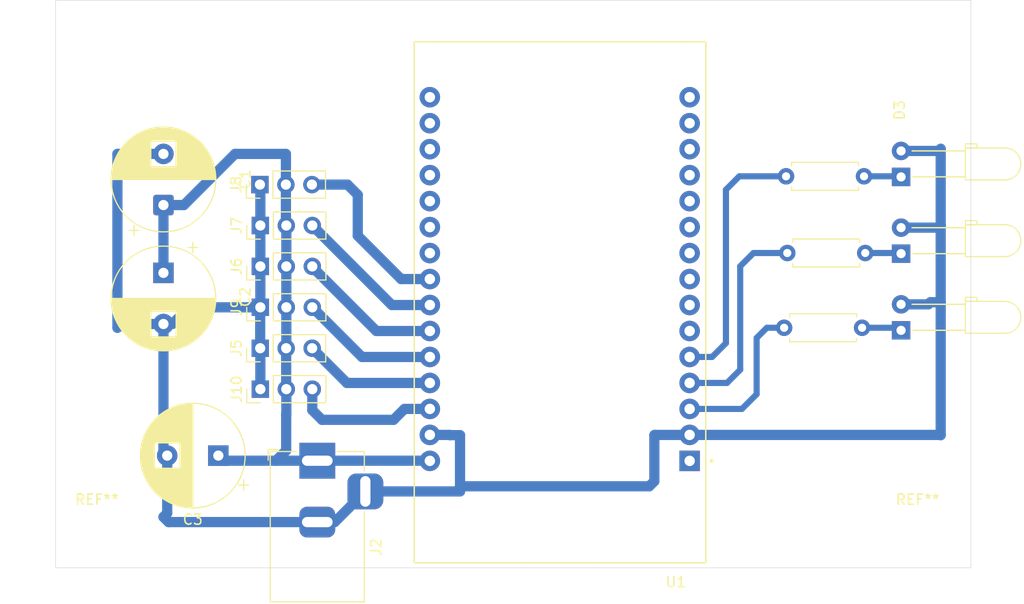
<source format=kicad_pcb>
(kicad_pcb (version 20241229) (generator "pcbnew") (generator_version "9.0")
  (layers (0 "F.Cu" signal) (2 "B.Cu" signal) (13 "F.Paste" user) (15 "B.Paste" user) (5 "F.SilkS" user "F.Silkscreen") (7 "B.SilkS" user "B.Silkscreen") (1 "F.Mask" user) (3 "B.Mask" user) (25 "Edge.Cuts" user))
  (net 0 "")
  (net 1 "GND")
  (net 2 "+5V")
  (net 3 "Net-(D1-K)")
  (net 4 "Net-(D2-K)")
  (net 5 "Net-(D3-K)")
  (net 6 "/serv3")
  (net 7 "/serv1")
  (net 8 "/serv2")
  (net 9 "/serv4")
  (net 10 "/serv5")
  (net 11 "/serv6")
  (net 12 "/led1")
  (net 13 "/led2")
  (net 14 "/led3")
  (footprint "Resistor_THT:R_Axial_DIN0207_L6.3mm_D2.5mm_P7.62mm_Horizontal" (layer "F.Cu") (at 183.81 113.5 180)
    (property "Reference" "R1" (hide yes))
    (property "Value" "R_US" (hide yes))
    (pad "1" thru_hole circle (at 0 0 180) (size 1.6 1.6) (drill 0.8) (layers "*.Cu" "*.Mask") (net 3 "Net-(D1-K)"))
    (pad "2" thru_hole oval (at 7.62 0 180) (size 1.6 1.6) (drill 0.8) (layers "*.Cu" "*.Mask") (net 12 "/led1"))
  )
  (footprint "MountingHole:MountingHole_2.2mm_M2" (layer "F.Cu") (at 109 133.5)
    (property "Reference" "REF**" (at 0 -3.2 0) (layer "F.SilkS"))
    (property "Value" "MountingHole_2.2mm_M2")
    (pad "" np_thru_hole circle (at 0 0) (size 2.2 2.2) (drill 2.2) (layers "*.Cu" "*.Mask"))
  )
  (footprint "Connector_PinHeader_2.54mm:PinHeader_1x03_P2.54mm_Vertical" (layer "F.Cu") (at 124.975 103.5 90)
    (property "Reference" "J7" (at 0 -2.33 90) (layer "F.SilkS"))
    (property "Value" "Screw_Terminal_01x03")
    (pad "1" thru_hole rect (at 0 0 90) (size 1.7 1.7) (drill 1) (layers "*.Cu" "*.Mask") (net 1 "GND"))
    (pad "2" thru_hole oval (at 0 2.54 90) (size 1.7 1.7) (drill 1) (layers "*.Cu" "*.Mask") (net 2 "+5V"))
    (pad "3" thru_hole oval (at 0 5.08 90) (size 1.7 1.7) (drill 1) (layers "*.Cu" "*.Mask") (net 10 "/serv5"))
  )
  (footprint "LED_THT:LED_D3.0mm_Horizontal_O6.35mm_Z10.0mm" (layer "F.Cu") (at 187.625 106.25 90)
    (property "Reference" "D2" (hide yes))
    (property "Value" "LED+")
    (pad "1" thru_hole rect (at 0 0 90) (size 1.8 1.8) (drill 0.9) (layers "*.Cu" "*.Mask") (net 4 "Net-(D2-K)"))
    (pad "2" thru_hole circle (at 2.54 0 90) (size 1.8 1.8) (drill 0.9) (layers "*.Cu" "*.Mask") (net 1 "GND"))
  )
  (footprint "Capacitor_THT:CP_Radial_D10.0mm_P5.00mm" (layer "F.Cu") (at 115.5 101.5 90)
    (property "Reference" "C1" (at 2.5 8 90) (layer "F.SilkS"))
    (property "Value" "C_Polarized_US")
    (pad "1" thru_hole roundrect (at 0 0 90) (size 2 2) (drill 1) (layers "*.Cu" "*.Mask") (roundrect_rratio 0.125) (net 2 "+5V"))
    (pad "2" thru_hole circle (at 5 0 90) (size 2 2) (drill 1) (layers "*.Cu" "*.Mask") (net 1 "GND"))
  )
  (footprint "devkit:MODULE_ESP32_DEVKIT_V1" (layer "F.Cu") (at 154.25 111 180)
    (property "Reference" "U1" (at -11.355 -27.36 0) (layer "F.SilkS"))
    (property "Value" "ESP32-DEVKIT-V1")
    (pad "" np_thru_hole circle (at -12.28 -23.475 180) (size 3 3) (drill 3) (layers "*.Cu" "*.Mask"))
    (pad "" np_thru_hole circle (at -12.28 23.475 180) (size 3 3) (drill 3) (layers "*.Cu" "*.Mask"))
    (pad "" np_thru_hole circle (at 12.23 -23.475 180) (size 3 3) (drill 3) (layers "*.Cu" "*.Mask"))
    (pad "" np_thru_hole circle (at 12.23 23.475 180) (size 3 3) (drill 3) (layers "*.Cu" "*.Mask"))
    (pad "1" thru_hole rect (at -12.7 -15.515 180) (size 2 2) (drill 1.02) (layers "*.Cu" "*.Mask"))
    (pad "2" thru_hole circle (at -12.7 -12.975 180) (size 2 2) (drill 1.02) (layers "*.Cu" "*.Mask") (net 1 "GND"))
    (pad "3" thru_hole circle (at -12.7 -10.435 180) (size 2 2) (drill 1.02) (layers "*.Cu" "*.Mask") (net 12 "/led1"))
    (pad "4" thru_hole circle (at -12.7 -7.895 180) (size 2 2) (drill 1.02) (layers "*.Cu" "*.Mask") (net 13 "/led2"))
    (pad "5" thru_hole circle (at -12.7 -5.355 180) (size 2 2) (drill 1.02) (layers "*.Cu" "*.Mask") (net 14 "/led3"))
    (pad "6" thru_hole circle (at -12.7 -2.815 180) (size 2 2) (drill 1.02) (layers "*.Cu" "*.Mask"))
    (pad "7" thru_hole circle (at -12.7 -0.275 180) (size 2 2) (drill 1.02) (layers "*.Cu" "*.Mask"))
    (pad "8" thru_hole circle (at -12.7 2.265 180) (size 2 2) (drill 1.02) (layers "*.Cu" "*.Mask"))
    (pad "9" thru_hole circle (at -12.7 4.805 180) (size 2 2) (drill 1.02) (layers "*.Cu" "*.Mask"))
    (pad "10" thru_hole circle (at -12.7 7.345 180) (size 2 2) (drill 1.02) (layers "*.Cu" "*.Mask"))
    (pad "11" thru_hole circle (at -12.7 9.885 180) (size 2 2) (drill 1.02) (layers "*.Cu" "*.Mask"))
    (pad "12" thru_hole circle (at -12.7 12.425 180) (size 2 2) (drill 1.02) (layers "*.Cu" "*.Mask"))
    (pad "13" thru_hole circle (at -12.7 14.965 180) (size 2 2) (drill 1.02) (layers "*.Cu" "*.Mask"))
    (pad "14" thru_hole circle (at -12.7 17.505 180) (size 2 2) (drill 1.02) (layers "*.Cu" "*.Mask"))
    (pad "15" thru_hole circle (at -12.7 20.045 180) (size 2 2) (drill 1.02) (layers "*.Cu" "*.Mask"))
    (pad "16" thru_hole circle (at 12.7 20.045 180) (size 2 2) (drill 1.02) (layers "*.Cu" "*.Mask"))
    (pad "17" thru_hole circle (at 12.7 17.505 180) (size 2 2) (drill 1.02) (layers "*.Cu" "*.Mask"))
    (pad "18" thru_hole circle (at 12.7 14.965 180) (size 2 2) (drill 1.02) (layers "*.Cu" "*.Mask"))
    (pad "19" thru_hole circle (at 12.7 12.425 180) (size 2 2) (drill 1.02) (layers "*.Cu" "*.Mask"))
    (pad "20" thru_hole circle (at 12.7 9.885 180) (size 2 2) (drill 1.02) (layers "*.Cu" "*.Mask"))
    (pad "21" thru_hole circle (at 12.7 7.345 180) (size 2 2) (drill 1.02) (layers "*.Cu" "*.Mask"))
    (pad "22" thru_hole circle (at 12.7 4.805 180) (size 2 2) (drill 1.02) (layers "*.Cu" "*.Mask"))
    (pad "23" thru_hole circle (at 12.7 2.265 180) (size 2 2) (drill 1.02) (layers "*.Cu" "*.Mask") (net 11 "/serv6"))
    (pad "24" thru_hole circle (at 12.7 -0.275 180) (size 2 2) (drill 1.02) (layers "*.Cu" "*.Mask") (net 10 "/serv5"))
    (pad "25" thru_hole circle (at 12.7 -2.815 180) (size 2 2) (drill 1.02) (layers "*.Cu" "*.Mask") (net 9 "/serv4"))
    (pad "26" thru_hole circle (at 12.7 -5.355 180) (size 2 2) (drill 1.02) (layers "*.Cu" "*.Mask") (net 6 "/serv3"))
    (pad "27" thru_hole circle (at 12.7 -7.895 180) (size 2 2) (drill 1.02) (layers "*.Cu" "*.Mask") (net 8 "/serv2"))
    (pad "28" thru_hole circle (at 12.7 -10.435 180) (size 2 2) (drill 1.02) (layers "*.Cu" "*.Mask") (net 7 "/serv1"))
    (pad "29" thru_hole circle (at 12.7 -12.975 180) (size 2 2) (drill 1.02) (layers "*.Cu" "*.Mask") (net 1 "GND"))
    (pad "30" thru_hole circle (at 12.7 -15.515 180) (size 2 2) (drill 1.02) (layers "*.Cu" "*.Mask") (net 2 "+5V"))
  )
  (footprint "" (layer "F.Cu") (at 189 86.5)
    (property "Reference" "" (at 0 0 0) (layer "F.SilkS") (effects (font (size 1.27 1.27))))
    (property "Value" "")
    (pad "" np_thru_hole circle (at 0 0) (size 2.2 2.2) (drill 2.2) (layers "*.Cu" "*.Mask"))
  )
  (footprint "Resistor_THT:R_Axial_DIN0207_L6.3mm_D2.5mm_P7.62mm_Horizontal" (layer "F.Cu") (at 184.12 106.19 180)
    (property "Reference" "R2" (hide yes))
    (property "Value" "R_US" (hide yes))
    (pad "1" thru_hole circle (at 0 0 180) (size 1.6 1.6) (drill 0.8) (layers "*.Cu" "*.Mask") (net 4 "Net-(D2-K)"))
    (pad "2" thru_hole oval (at 7.62 0 180) (size 1.6 1.6) (drill 0.8) (layers "*.Cu" "*.Mask") (net 13 "/led2"))
  )
  (footprint "Capacitor_THT:CP_Radial_D10.0mm_P5.00mm" (layer "F.Cu") (at 120.867677 126 180)
    (property "Reference" "C3" (at 2.5 -6.25 0) (layer "F.SilkS"))
    (property "Value" "C_Polarized_US")
    (pad "1" thru_hole rect (at 0 0 180) (size 2 2) (drill 1) (layers "*.Cu" "*.Mask") (net 2 "+5V"))
    (pad "2" thru_hole circle (at 5 0 180) (size 2 2) (drill 1) (layers "*.Cu" "*.Mask") (net 1 "GND"))
  )
  (footprint "Connector_PinHeader_2.54mm:PinHeader_1x03_P2.54mm_Vertical" (layer "F.Cu") (at 124.96 115.5 90)
    (property "Reference" "J5" (at 0 -2.33 90) (layer "F.SilkS"))
    (property "Value" "Screw_Terminal_01x03")
    (pad "1" thru_hole rect (at 0 0 90) (size 1.7 1.7) (drill 1) (layers "*.Cu" "*.Mask") (net 1 "GND"))
    (pad "2" thru_hole oval (at 0 2.54 90) (size 1.7 1.7) (drill 1) (layers "*.Cu" "*.Mask") (net 2 "+5V"))
    (pad "3" thru_hole oval (at 0 5.08 90) (size 1.7 1.7) (drill 1) (layers "*.Cu" "*.Mask") (net 8 "/serv2"))
  )
  (footprint "LED_THT:LED_D3.0mm_Horizontal_O6.35mm_Z10.0mm" (layer "F.Cu") (at 187.625 98.75 90)
    (property "Reference" "D3" (at 6.52 -0.15 90) (layer "F.SilkS"))
    (property "Value" "LED+")
    (pad "1" thru_hole rect (at 0 0 90) (size 1.8 1.8) (drill 0.9) (layers "*.Cu" "*.Mask") (net 5 "Net-(D3-K)"))
    (pad "2" thru_hole circle (at 2.54 0 90) (size 1.8 1.8) (drill 0.9) (layers "*.Cu" "*.Mask") (net 1 "GND"))
  )
  (footprint "LED_THT:LED_D3.0mm_Horizontal_O6.35mm_Z10.0mm" (layer "F.Cu") (at 187.625 113.75 90)
    (property "Reference" "D1" (hide yes))
    (property "Value" "LED+")
    (pad "1" thru_hole rect (at 0 0 90) (size 1.8 1.8) (drill 0.9) (layers "*.Cu" "*.Mask") (net 3 "Net-(D1-K)"))
    (pad "2" thru_hole circle (at 2.54 0 90) (size 1.8 1.8) (drill 0.9) (layers "*.Cu" "*.Mask") (net 1 "GND"))
  )
  (footprint "Connector_PinHeader_2.54mm:PinHeader_1x03_P2.54mm_Vertical" (layer "F.Cu") (at 124.935 99.5 90)
    (property "Reference" "J8" (at 0 -2.33 90) (layer "F.SilkS"))
    (property "Value" "Screw_Terminal_01x03")
    (pad "1" thru_hole rect (at 0 0 90) (size 1.7 1.7) (drill 1) (layers "*.Cu" "*.Mask") (net 1 "GND"))
    (pad "2" thru_hole oval (at 0 2.54 90) (size 1.7 1.7) (drill 1) (layers "*.Cu" "*.Mask") (net 2 "+5V"))
    (pad "3" thru_hole oval (at 0 5.08 90) (size 1.7 1.7) (drill 1) (layers "*.Cu" "*.Mask") (net 11 "/serv6"))
  )
  (footprint "Connector_PinHeader_2.54mm:PinHeader_1x03_P2.54mm_Vertical" (layer "F.Cu") (at 124.975 107.5 90)
    (property "Reference" "J6" (at 0 -2.33 90) (layer "F.SilkS"))
    (property "Value" "Screw_Terminal_01x03")
    (pad "1" thru_hole rect (at 0 0 90) (size 1.7 1.7) (drill 1) (layers "*.Cu" "*.Mask") (net 1 "GND"))
    (pad "2" thru_hole oval (at 0 2.54 90) (size 1.7 1.7) (drill 1) (layers "*.Cu" "*.Mask") (net 2 "+5V"))
    (pad "3" thru_hole oval (at 0 5.08 90) (size 1.7 1.7) (drill 1) (layers "*.Cu" "*.Mask") (net 9 "/serv4"))
  )
  (footprint "Connector_PinHeader_2.54mm:PinHeader_1x03_P2.54mm_Vertical" (layer "F.Cu") (at 124.975 119.5 90)
    (property "Reference" "J10" (at 0 -2.33 90) (layer "F.SilkS"))
    (property "Value" "Screw_Terminal_01x03")
    (pad "1" thru_hole rect (at 0 0 90) (size 1.7 1.7) (drill 1) (layers "*.Cu" "*.Mask") (net 1 "GND"))
    (pad "2" thru_hole oval (at 0 2.54 90) (size 1.7 1.7) (drill 1) (layers "*.Cu" "*.Mask") (net 2 "+5V"))
    (pad "3" thru_hole oval (at 0 5.08 90) (size 1.7 1.7) (drill 1) (layers "*.Cu" "*.Mask") (net 7 "/serv1"))
  )
  (footprint "Resistor_THT:R_Axial_DIN0207_L6.3mm_D2.5mm_P7.62mm_Horizontal" (layer "F.Cu") (at 184 98.69 180)
    (property "Reference" "R3" (hide yes))
    (property "Value" "R_US" (hide yes))
    (pad "1" thru_hole circle (at 0 0 180) (size 1.6 1.6) (drill 0.8) (layers "*.Cu" "*.Mask") (net 5 "Net-(D3-K)"))
    (pad "2" thru_hole oval (at 7.62 0 180) (size 1.6 1.6) (drill 0.8) (layers "*.Cu" "*.Mask") (net 14 "/led3"))
  )
  (footprint "Capacitor_THT:CP_Radial_D10.0mm_P5.00mm" (layer "F.Cu") (at 115.5 108.132323 -90)
    (property "Reference" "C2" (at 2.367677 -8 90) (layer "F.SilkS"))
    (property "Value" "C_Polarized_US")
    (pad "1" thru_hole rect (at 0 0 270) (size 2 2) (drill 1) (layers "*.Cu" "*.Mask") (net 2 "+5V"))
    (pad "2" thru_hole circle (at 5 0 270) (size 2 2) (drill 1) (layers "*.Cu" "*.Mask") (net 1 "GND"))
  )
  (footprint "Connector_BarrelJack:BarrelJack_Horizontal" (layer "F.Cu") (at 130.5425 126.5 90)
    (property "Reference" "J2" (at -8.45 5.75 90) (layer "F.SilkS"))
    (property "Value" "Barrel_Jack_Switch")
    (pad "1" thru_hole rect (at 0 0 90) (size 3.5 3.5) (drill oval 1 3) (layers "*.Cu" "*.Mask") (net 2 "+5V"))
    (pad "2" thru_hole roundrect (at -6 0 90) (size 3 3.5) (drill oval 1 3) (layers "*.Cu" "*.Mask") (net 1 "GND"))
    (pad "3" thru_hole roundrect (at -3 4.7 90) (size 3.5 3.5) (drill oval 3 1) (layers "*.Cu" "*.Mask") (net 1 "GND"))
  )
  (footprint "" (layer "F.Cu") (at 109 86.5)
    (property "Reference" "" (at 0 0 0) (layer "F.SilkS") (effects (font (size 1.27 1.27))))
    (property "Value" "")
    (pad "" np_thru_hole circle (at 0 0) (size 2.2 2.2) (drill 2.2) (layers "*.Cu" "*.Mask"))
  )
  (footprint "Connector_PinHeader_2.54mm:PinHeader_1x03_P2.54mm_Vertical" (layer "F.Cu") (at 124.975 111.5 90)
    (property "Reference" "J9" (at 0 -2.33 90) (layer "F.SilkS"))
    (property "Value" "Screw_Terminal_01x03")
    (pad "1" thru_hole rect (at 0 0 90) (size 1.7 1.7) (drill 1) (layers "*.Cu" "*.Mask") (net 1 "GND"))
    (pad "2" thru_hole oval (at 0 2.54 90) (size 1.7 1.7) (drill 1) (layers "*.Cu" "*.Mask") (net 2 "+5V"))
    (pad "3" thru_hole oval (at 0 5.08 90) (size 1.7 1.7) (drill 1) (layers "*.Cu" "*.Mask") (net 6 "/serv3"))
  )
  (footprint "MountingHole:MountingHole_2.2mm_M2" (layer "F.Cu") (at 189.25 133.5)
    (property "Reference" "REF**" (at 0 -3.2 0) (layer "F.SilkS"))
    (property "Value" "MountingHole_2.2mm_M2")
    (pad "" np_thru_hole circle (at 0 0) (size 2.2 2.2) (drill 2.2) (layers "*.Cu" "*.Mask"))
  )
  (gr_rect (start 104.95 81.475) (end 194.45 136.975) (stroke (width 0.05)) (fill no) (layer "Edge.Cuts"))
  (segment (start 115.5 113.132323) (end 116.367677 113.132323) (width 1) (layer "B.Cu") (net 1))
  (segment (start 191.5 124) (end 191.5 111) (width 1) (layer "B.Cu") (net 1))
  (segment (start 130.5425 132.5) (end 132.2425 132.5) (width 1) (layer "B.Cu") (net 1))
  (segment (start 163.5 128.5) (end 163.5 124) (width 1) (layer "B.Cu") (net 1))
  (segment (start 116.367677 113.132323) (end 118 111.5) (width 1) (layer "B.Cu") (net 1))
  (segment (start 132.2425 132.5) (end 135.2425 129.5) (width 1) (layer "B.Cu") (net 1))
  (segment (start 115.867677 131.632323) (end 115.867677 126) (width 1) (layer "B.Cu") (net 1))
  (segment (start 163.525 123.975) (end 166.95 123.975) (width 1) (layer "B.Cu") (net 1))
  (segment (start 191.5 103.5) (end 191.5 96) (width 1) (layer "B.Cu") (net 1))
  (segment (start 144.5 129) (end 144.5 124) (width 1) (layer "B.Cu") (net 1))
  (segment (start 144.5 124) (end 143.5 124) (width 1) (layer "B.Cu") (net 1))
  (segment (start 124.975 115.515) (end 124.96 115.5) (width 1) (layer "B.Cu") (net 1))
  (segment (start 144.5 129) (end 163 129) (width 1) (layer "B.Cu") (net 1))
  (segment (start 191.5 103.5) (end 191.29 103.71) (width 1) (layer "B.Cu") (net 1))
  (segment (start 143.5 124) (end 143.475 123.975) (width 1) (layer "B.Cu") (net 1))
  (segment (start 191.29 103.71) (end 187.625 103.71) (width 1) (layer "B.Cu") (net 1))
  (segment (start 124.975 107.5) (end 124.975 103.5) (width 1) (layer "B.Cu") (net 1))
  (segment (start 111 96.5) (end 115.5 96.5) (width 1) (layer "B.Cu") (net 1))
  (segment (start 191.5 111) (end 190.5 111) (width 1) (layer "B.Cu") (net 1))
  (segment (start 191.29 96.21) (end 187.625 96.21) (width 1) (layer "B.Cu") (net 1))
  (segment (start 124.975 111.5) (end 124.975 107.5) (width 1) (layer "B.Cu") (net 1))
  (segment (start 124.975 103.5) (end 124.975 99.54) (width 1) (layer "B.Cu") (net 1))
  (segment (start 163 129) (end 163.5 128.5) (width 1) (layer "B.Cu") (net 1))
  (segment (start 115.5 113.132323) (end 115.5 125.632323) (width 1) (layer "B.Cu") (net 1))
  (segment (start 191.5 111) (end 191.5 103.5) (width 1) (layer "B.Cu") (net 1))
  (segment (start 111 113.5) (end 111 96.5) (width 1) (layer "B.Cu") (net 1))
  (segment (start 111.367677 113.132323) (end 111 113.5) (width 1) (layer "B.Cu") (net 1))
  (segment (start 130.5425 132.5) (end 116 132.5) (width 1) (layer "B.Cu") (net 1))
  (segment (start 163.5 124) (end 163.525 123.975) (width 1) (layer "B.Cu") (net 1))
  (segment (start 115.5 113.132323) (end 111.367677 113.132323) (width 1) (layer "B.Cu") (net 1))
  (segment (start 135.2425 129.5) (end 144.5 129.5) (width 1) (layer "B.Cu") (net 1))
  (segment (start 190.29 111.21) (end 187.625 111.21) (width 1) (layer "B.Cu") (net 1))
  (segment (start 124.975 119.5) (end 124.975 115.515) (width 1) (layer "B.Cu") (net 1))
  (segment (start 124.975 99.54) (end 124.935 99.5) (width 1) (layer "B.Cu") (net 1))
  (segment (start 118 111.5) (end 124.975 111.5) (width 1) (layer "B.Cu") (net 1))
  (segment (start 115.5 125.632323) (end 115.867677 126) (width 1) (layer "B.Cu") (net 1))
  (segment (start 143.475 123.975) (end 141.55 123.975) (width 1) (layer "B.Cu") (net 1))
  (segment (start 191.475 123.975) (end 191.5 124) (width 1) (layer "B.Cu") (net 1))
  (segment (start 124.96 111.515) (end 124.975 111.5) (width 1) (layer "B.Cu") (net 1))
  (segment (start 115.5 132) (end 115.867677 131.632323) (width 1) (layer "B.Cu") (net 1))
  (segment (start 124.96 115.5) (end 124.96 111.515) (width 1) (layer "B.Cu") (net 1))
  (segment (start 144.5 129.5) (end 144.5 129) (width 1) (layer "B.Cu") (net 1))
  (segment (start 191.5 96) (end 191.29 96.21) (width 1) (layer "B.Cu") (net 1))
  (segment (start 166.95 123.975) (end 191.475 123.975) (width 1) (layer "B.Cu") (net 1))
  (segment (start 190.5 111) (end 190.29 111.21) (width 1) (layer "B.Cu") (net 1))
  (segment (start 116 132.5) (end 115.5 132) (width 1) (layer "B.Cu") (net 1))
  (segment (start 117.5 101.5) (end 115.5 101.5) (width 1) (layer "B.Cu") (net 2))
  (segment (start 127.475 96.5) (end 122.5 96.5) (width 1) (layer "B.Cu") (net 2))
  (segment (start 141.535 126.5) (end 141.55 126.515) (width 1) (layer "B.Cu") (net 2))
  (segment (start 127.5 119.485) (end 127.515 119.5) (width 1) (layer "B.Cu") (net 2))
  (segment (start 127.475 99.5) (end 127.475 103.46) (width 1) (layer "B.Cu") (net 2))
  (segment (start 127.475 103.46) (end 127.515 103.5) (width 1) (layer "B.Cu") (net 2))
  (segment (start 127.475 99.5) (end 127.475 96.5) (width 1) (layer "B.Cu") (net 2))
  (segment (start 127.5 125.5) (end 127.5 122) (width 1) (layer "B.Cu") (net 2))
  (segment (start 127.515 103.5) (end 127.515 107.5) (width 1) (layer "B.Cu") (net 2))
  (segment (start 127.5 115.5) (end 127.5 119.485) (width 1) (layer "B.Cu") (net 2))
  (segment (start 122.5 96.5) (end 117.5 101.5) (width 1) (layer "B.Cu") (net 2))
  (segment (start 127.515 121.985) (end 127.515 119.5) (width 1) (layer "B.Cu") (net 2))
  (segment (start 126.5 126.5) (end 127.5 125.5) (width 1) (layer "B.Cu") (net 2))
  (segment (start 115.5 108.132323) (end 115.5 101.5) (width 1) (layer "B.Cu") (net 2))
  (segment (start 130.5425 126.5) (end 141.535 126.5) (width 1) (layer "B.Cu") (net 2))
  (segment (start 127.5 122) (end 127.515 121.985) (width 1) (layer "B.Cu") (net 2))
  (segment (start 127.515 111.5) (end 127.515 115.485) (width 1) (layer "B.Cu") (net 2))
  (segment (start 121.367677 126.5) (end 120.867677 126) (width 1) (layer "B.Cu") (net 2))
  (segment (start 127.515 107.5) (end 127.515 111.5) (width 1) (layer "B.Cu") (net 2))
  (segment (start 127.515 115.485) (end 127.5 115.5) (width 1) (layer "B.Cu") (net 2))
  (segment (start 130.5425 126.5) (end 121.367677 126.5) (width 1) (layer "B.Cu") (net 2))
  (segment (start 183.81 113.5) (end 187.375 113.5) (width 0.6) (layer "B.Cu") (net 3))
  (segment (start 187.375 113.5) (end 187.625 113.75) (width 0.6) (layer "B.Cu") (net 3))
  (segment (start 187.565 106.19) (end 187.625 106.25) (width 0.6) (layer "B.Cu") (net 4))
  (segment (start 184.12 106.19) (end 187.565 106.19) (width 0.6) (layer "B.Cu") (net 4))
  (segment (start 187.565 98.69) (end 187.625 98.75) (width 0.6) (layer "B.Cu") (net 5))
  (segment (start 184 98.69) (end 187.565 98.69) (width 0.6) (layer "B.Cu") (net 5))
  (segment (start 134.91 116.355) (end 130.055 111.5) (width 1) (layer "B.Cu") (net 6))
  (segment (start 141.55 116.355) (end 134.91 116.355) (width 1) (layer "B.Cu") (net 6))
  (segment (start 141.55 121.435) (end 139.065 121.435) (width 1) (layer "B.Cu") (net 7))
  (segment (start 130.055 121.555) (end 130.055 119.5) (width 1) (layer "B.Cu") (net 7))
  (segment (start 131 122.5) (end 130.055 121.555) (width 1) (layer "B.Cu") (net 7))
  (segment (start 139.065 121.435) (end 138 122.5) (width 1) (layer "B.Cu") (net 7))
  (segment (start 138 122.5) (end 131 122.5) (width 1) (layer "B.Cu") (net 7))
  (segment (start 133.435 118.895) (end 130.04 115.5) (width 1) (layer "B.Cu") (net 8))
  (segment (start 141.55 118.895) (end 133.435 118.895) (width 1) (layer "B.Cu") (net 8))
  (segment (start 130.055 107.555) (end 130.055 107.5) (width 1) (layer "B.Cu") (net 9))
  (segment (start 141.55 113.815) (end 136.315 113.815) (width 1) (layer "B.Cu") (net 9))
  (segment (start 136.315 113.815) (end 130.055 107.555) (width 1) (layer "B.Cu") (net 9))
  (segment (start 137.83 111.275) (end 130.055 103.5) (width 1) (layer "B.Cu") (net 10))
  (segment (start 141.55 111.275) (end 137.83 111.275) (width 1) (layer "B.Cu") (net 10))
  (segment (start 141.55 108.735) (end 138.735 108.735) (width 1) (layer "B.Cu") (net 11))
  (segment (start 134.5 104.5) (end 134.5 100.5) (width 1) (layer "B.Cu") (net 11))
  (segment (start 138.735 108.735) (end 134.5 104.5) (width 1) (layer "B.Cu") (net 11))
  (segment (start 133.5 99.5) (end 130.015 99.5) (width 1) (layer "B.Cu") (net 11))
  (segment (start 134.5 100.5) (end 133.5 99.5) (width 1) (layer "B.Cu") (net 11))
  (segment (start 172.065 121.435) (end 173.5 120) (width 0.6) (layer "B.Cu") (net 12))
  (segment (start 173.5 114.5) (end 174.5 113.5) (width 0.6) (layer "B.Cu") (net 12))
  (segment (start 166.95 121.435) (end 172.065 121.435) (width 0.6) (layer "B.Cu") (net 12))
  (segment (start 174.5 113.5) (end 176.19 113.5) (width 0.6) (layer "B.Cu") (net 12))
  (segment (start 173.5 120) (end 173.5 114.5) (width 0.6) (layer "B.Cu") (net 12))
  (segment (start 170.605 118.895) (end 171.895 117.605) (width 0.6) (layer "B.Cu") (net 13))
  (segment (start 171.895 117.605) (end 171.895 107.485) (width 0.6) (layer "B.Cu") (net 13))
  (segment (start 173.19 106.19) (end 176.5 106.19) (width 0.6) (layer "B.Cu") (net 13))
  (segment (start 166.95 118.895) (end 170.605 118.895) (width 0.6) (layer "B.Cu") (net 13))
  (segment (start 171.895 107.485) (end 173.19 106.19) (width 0.6) (layer "B.Cu") (net 13))
  (segment (start 170.5 100) (end 171.81 98.69) (width 0.6) (layer "B.Cu") (net 14))
  (segment (start 166.95 116.355) (end 169.145 116.355) (width 0.6) (layer "B.Cu") (net 14))
  (segment (start 170.5 115) (end 170.5 100) (width 0.6) (layer "B.Cu") (net 14))
  (segment (start 169.145 116.355) (end 170.5 115) (width 0.6) (layer "B.Cu") (net 14))
  (segment (start 171.81 98.69) (end 176.38 98.69) (width 0.6) (layer "B.Cu") (net 14))
)
</source>
